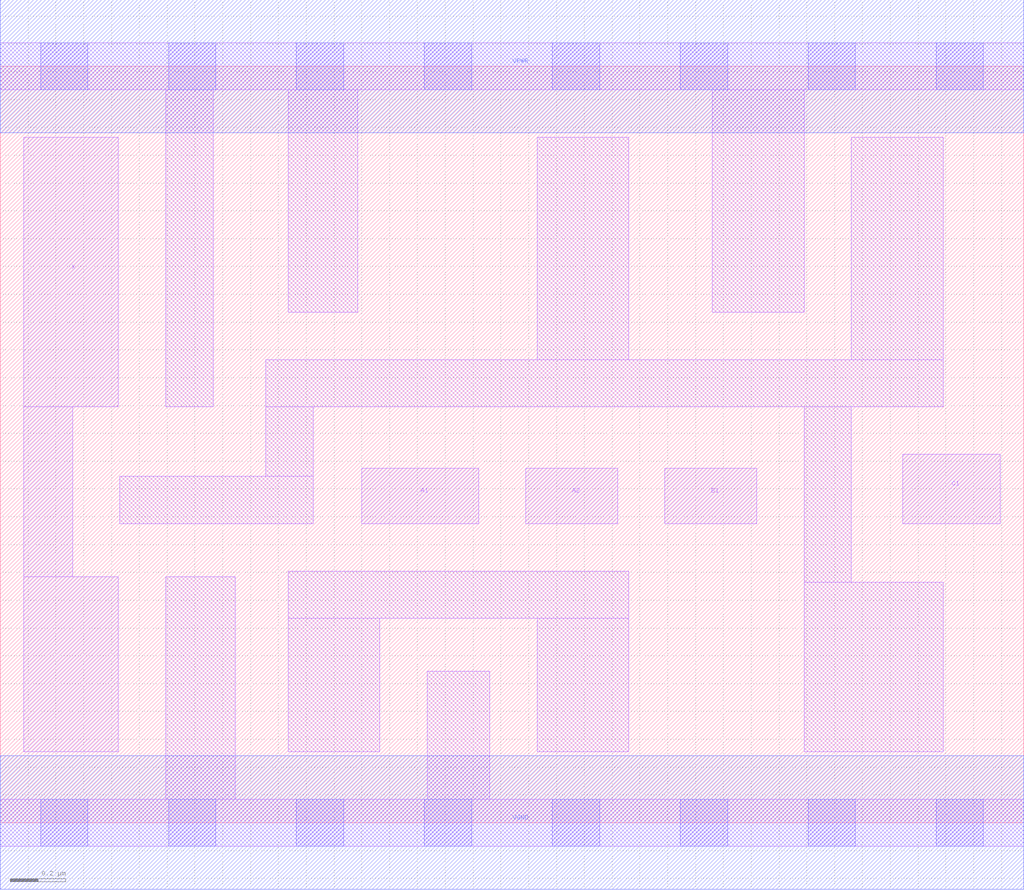
<source format=lef>
# Copyright 2020 The SkyWater PDK Authors
#
# Licensed under the Apache License, Version 2.0 (the "License");
# you may not use this file except in compliance with the License.
# You may obtain a copy of the License at
#
#     https://www.apache.org/licenses/LICENSE-2.0
#
# Unless required by applicable law or agreed to in writing, software
# distributed under the License is distributed on an "AS IS" BASIS,
# WITHOUT WARRANTIES OR CONDITIONS OF ANY KIND, either express or implied.
# See the License for the specific language governing permissions and
# limitations under the License.
#
# SPDX-License-Identifier: Apache-2.0

VERSION 5.7 ;
  NOWIREEXTENSIONATPIN ON ;
  DIVIDERCHAR "/" ;
  BUSBITCHARS "[]" ;
UNITS
  DATABASE MICRONS 200 ;
END UNITS
MACRO sky130_fd_sc_hd__o211a_1
  CLASS CORE ;
  FOREIGN sky130_fd_sc_hd__o211a_1 ;
  ORIGIN  0.000000  0.000000 ;
  SIZE  3.680000 BY  2.720000 ;
  SYMMETRY X Y R90 ;
  SITE unithd ;
  PIN A1
    ANTENNAGATEAREA  0.247500 ;
    DIRECTION INPUT ;
    USE SIGNAL ;
    PORT
      LAYER li1 ;
        RECT 1.300000 1.075000 1.720000 1.275000 ;
    END
  END A1
  PIN A2
    ANTENNAGATEAREA  0.247500 ;
    DIRECTION INPUT ;
    USE SIGNAL ;
    PORT
      LAYER li1 ;
        RECT 1.890000 1.075000 2.220000 1.275000 ;
    END
  END A2
  PIN B1
    ANTENNAGATEAREA  0.247500 ;
    DIRECTION INPUT ;
    USE SIGNAL ;
    PORT
      LAYER li1 ;
        RECT 2.390000 1.075000 2.720000 1.275000 ;
    END
  END B1
  PIN C1
    ANTENNAGATEAREA  0.247500 ;
    DIRECTION INPUT ;
    USE SIGNAL ;
    PORT
      LAYER li1 ;
        RECT 3.245000 1.075000 3.595000 1.325000 ;
    END
  END C1
  PIN X
    ANTENNADIFFAREA  0.429000 ;
    DIRECTION OUTPUT ;
    USE SIGNAL ;
    PORT
      LAYER li1 ;
        RECT 0.085000 0.255000 0.425000 0.885000 ;
        RECT 0.085000 0.885000 0.260000 1.495000 ;
        RECT 0.085000 1.495000 0.425000 2.465000 ;
    END
  END X
  PIN VGND
    DIRECTION INOUT ;
    SHAPE ABUTMENT ;
    USE GROUND ;
    PORT
      LAYER met1 ;
        RECT 0.000000 -0.240000 3.680000 0.240000 ;
    END
  END VGND
  PIN VPWR
    DIRECTION INOUT ;
    SHAPE ABUTMENT ;
    USE POWER ;
    PORT
      LAYER met1 ;
        RECT 0.000000 2.480000 3.680000 2.960000 ;
    END
  END VPWR
  OBS
    LAYER li1 ;
      RECT 0.000000 -0.085000 3.680000 0.085000 ;
      RECT 0.000000  2.635000 3.680000 2.805000 ;
      RECT 0.430000  1.075000 1.125000 1.245000 ;
      RECT 0.595000  0.085000 0.845000 0.885000 ;
      RECT 0.595000  1.495000 0.765000 2.635000 ;
      RECT 0.955000  1.245000 1.125000 1.495000 ;
      RECT 0.955000  1.495000 3.390000 1.665000 ;
      RECT 1.035000  0.255000 1.365000 0.735000 ;
      RECT 1.035000  0.735000 2.260000 0.905000 ;
      RECT 1.035000  1.835000 1.285000 2.635000 ;
      RECT 1.535000  0.085000 1.760000 0.545000 ;
      RECT 1.930000  0.255000 2.260000 0.735000 ;
      RECT 1.930000  1.665000 2.260000 2.465000 ;
      RECT 2.560000  1.835000 2.890000 2.635000 ;
      RECT 2.890000  0.255000 3.390000 0.865000 ;
      RECT 2.890000  0.865000 3.060000 1.495000 ;
      RECT 3.060000  1.665000 3.390000 2.465000 ;
    LAYER mcon ;
      RECT 0.145000 -0.085000 0.315000 0.085000 ;
      RECT 0.145000  2.635000 0.315000 2.805000 ;
      RECT 0.605000 -0.085000 0.775000 0.085000 ;
      RECT 0.605000  2.635000 0.775000 2.805000 ;
      RECT 1.065000 -0.085000 1.235000 0.085000 ;
      RECT 1.065000  2.635000 1.235000 2.805000 ;
      RECT 1.525000 -0.085000 1.695000 0.085000 ;
      RECT 1.525000  2.635000 1.695000 2.805000 ;
      RECT 1.985000 -0.085000 2.155000 0.085000 ;
      RECT 1.985000  2.635000 2.155000 2.805000 ;
      RECT 2.445000 -0.085000 2.615000 0.085000 ;
      RECT 2.445000  2.635000 2.615000 2.805000 ;
      RECT 2.905000 -0.085000 3.075000 0.085000 ;
      RECT 2.905000  2.635000 3.075000 2.805000 ;
      RECT 3.365000 -0.085000 3.535000 0.085000 ;
      RECT 3.365000  2.635000 3.535000 2.805000 ;
  END
END sky130_fd_sc_hd__o211a_1
END LIBRARY

</source>
